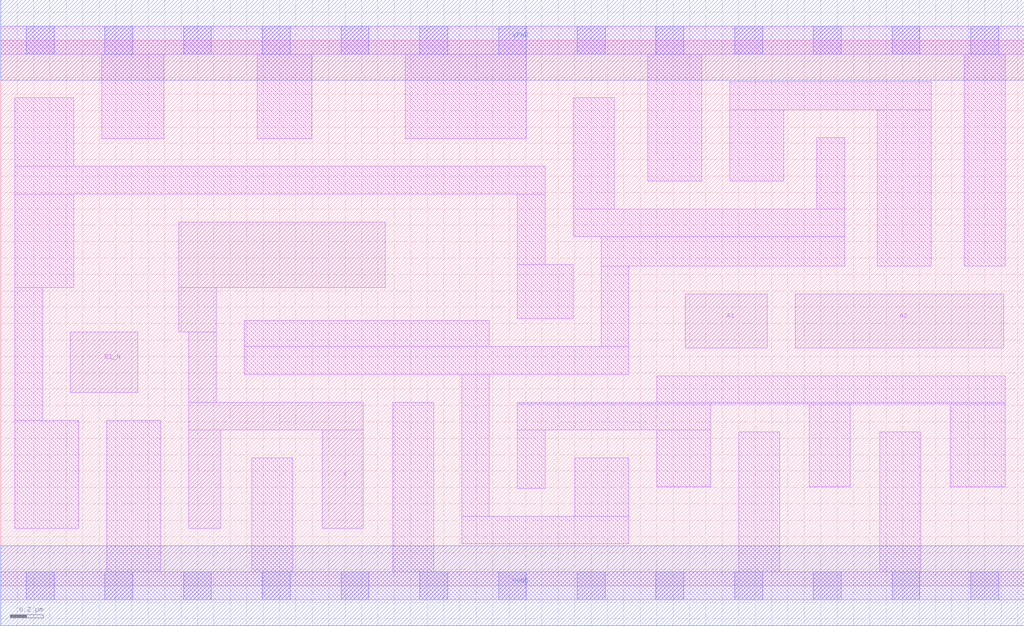
<source format=lef>
# Copyright 2020 The SkyWater PDK Authors
#
# Licensed under the Apache License, Version 2.0 (the "License");
# you may not use this file except in compliance with the License.
# You may obtain a copy of the License at
#
#     https://www.apache.org/licenses/LICENSE-2.0
#
# Unless required by applicable law or agreed to in writing, software
# distributed under the License is distributed on an "AS IS" BASIS,
# WITHOUT WARRANTIES OR CONDITIONS OF ANY KIND, either express or implied.
# See the License for the specific language governing permissions and
# limitations under the License.
#
# SPDX-License-Identifier: Apache-2.0

VERSION 5.7 ;
  NAMESCASESENSITIVE ON ;
  NOWIREEXTENSIONATPIN ON ;
  DIVIDERCHAR "/" ;
  BUSBITCHARS "[]" ;
UNITS
  DATABASE MICRONS 200 ;
END UNITS
MACRO sky130_fd_sc_hs__o21ba_4
  CLASS CORE ;
  SOURCE USER ;
  FOREIGN sky130_fd_sc_hs__o21ba_4 ;
  ORIGIN  0.000000  0.000000 ;
  SIZE  6.240000 BY  3.330000 ;
  SYMMETRY X Y ;
  SITE unit ;
  PIN A1
    ANTENNAGATEAREA  0.492000 ;
    DIRECTION INPUT ;
    USE SIGNAL ;
    PORT
      LAYER li1 ;
        RECT 4.175000 1.450000 4.675000 1.780000 ;
    END
  END A1
  PIN A2
    ANTENNAGATEAREA  0.492000 ;
    DIRECTION INPUT ;
    USE SIGNAL ;
    PORT
      LAYER li1 ;
        RECT 4.845000 1.450000 6.115000 1.780000 ;
    END
  END A2
  PIN B1_N
    ANTENNAGATEAREA  0.279000 ;
    DIRECTION INPUT ;
    USE SIGNAL ;
    PORT
      LAYER li1 ;
        RECT 0.425000 1.180000 0.835000 1.550000 ;
    END
  END B1_N
  PIN X
    ANTENNADIFFAREA  1.093800 ;
    DIRECTION OUTPUT ;
    USE SIGNAL ;
    PORT
      LAYER li1 ;
        RECT 1.085000 1.550000 1.315000 1.820000 ;
        RECT 1.085000 1.820000 2.345000 2.220000 ;
        RECT 1.145000 0.350000 1.340000 0.950000 ;
        RECT 1.145000 0.950000 2.210000 1.120000 ;
        RECT 1.145000 1.120000 1.315000 1.550000 ;
        RECT 1.960000 0.350000 2.210000 0.950000 ;
    END
  END X
  PIN VGND
    DIRECTION INOUT ;
    USE GROUND ;
    PORT
      LAYER met1 ;
        RECT 0.000000 -0.245000 6.240000 0.245000 ;
    END
  END VGND
  PIN VPWR
    DIRECTION INOUT ;
    USE POWER ;
    PORT
      LAYER met1 ;
        RECT 0.000000 3.085000 6.240000 3.575000 ;
    END
  END VPWR
  OBS
    LAYER li1 ;
      RECT 0.000000 -0.085000 6.240000 0.085000 ;
      RECT 0.000000  3.245000 6.240000 3.415000 ;
      RECT 0.085000  0.350000 0.475000 1.010000 ;
      RECT 0.085000  1.010000 0.255000 1.820000 ;
      RECT 0.085000  1.820000 0.445000 2.390000 ;
      RECT 0.085000  2.390000 3.320000 2.560000 ;
      RECT 0.085000  2.560000 0.445000 2.980000 ;
      RECT 0.615000  2.730000 0.995000 3.245000 ;
      RECT 0.645000  0.085000 0.975000 1.010000 ;
      RECT 1.485000  1.290000 3.830000 1.460000 ;
      RECT 1.485000  1.460000 2.980000 1.620000 ;
      RECT 1.530000  0.085000 1.780000 0.780000 ;
      RECT 1.565000  2.730000 1.895000 3.245000 ;
      RECT 2.390000  0.085000 2.640000 1.120000 ;
      RECT 2.465000  2.730000 3.205000 3.245000 ;
      RECT 2.810000  0.255000 3.830000 0.425000 ;
      RECT 2.810000  0.425000 2.980000 1.290000 ;
      RECT 3.150000  0.595000 3.320000 0.950000 ;
      RECT 3.150000  0.950000 4.330000 1.110000 ;
      RECT 3.150000  1.110000 6.125000 1.120000 ;
      RECT 3.150000  1.630000 3.490000 1.960000 ;
      RECT 3.150000  1.960000 3.320000 2.390000 ;
      RECT 3.490000  2.130000 5.145000 2.300000 ;
      RECT 3.490000  2.300000 3.740000 2.980000 ;
      RECT 3.500000  0.425000 3.830000 0.780000 ;
      RECT 3.660000  1.460000 3.830000 1.950000 ;
      RECT 3.660000  1.950000 5.145000 2.130000 ;
      RECT 3.945000  2.470000 4.275000 3.245000 ;
      RECT 4.000000  0.605000 4.330000 0.950000 ;
      RECT 4.000000  1.120000 6.125000 1.280000 ;
      RECT 4.445000  2.470000 4.775000 2.905000 ;
      RECT 4.445000  2.905000 5.675000 3.075000 ;
      RECT 4.500000  0.085000 4.750000 0.940000 ;
      RECT 4.930000  0.605000 5.180000 1.110000 ;
      RECT 4.975000  2.300000 5.145000 2.735000 ;
      RECT 5.345000  1.950000 5.675000 2.905000 ;
      RECT 5.360000  0.085000 5.610000 0.940000 ;
      RECT 5.790000  0.605000 6.125000 1.110000 ;
      RECT 5.875000  1.950000 6.125000 3.245000 ;
    LAYER mcon ;
      RECT 0.155000 -0.085000 0.325000 0.085000 ;
      RECT 0.155000  3.245000 0.325000 3.415000 ;
      RECT 0.635000 -0.085000 0.805000 0.085000 ;
      RECT 0.635000  3.245000 0.805000 3.415000 ;
      RECT 1.115000 -0.085000 1.285000 0.085000 ;
      RECT 1.115000  3.245000 1.285000 3.415000 ;
      RECT 1.595000 -0.085000 1.765000 0.085000 ;
      RECT 1.595000  3.245000 1.765000 3.415000 ;
      RECT 2.075000 -0.085000 2.245000 0.085000 ;
      RECT 2.075000  3.245000 2.245000 3.415000 ;
      RECT 2.555000 -0.085000 2.725000 0.085000 ;
      RECT 2.555000  3.245000 2.725000 3.415000 ;
      RECT 3.035000 -0.085000 3.205000 0.085000 ;
      RECT 3.035000  3.245000 3.205000 3.415000 ;
      RECT 3.515000 -0.085000 3.685000 0.085000 ;
      RECT 3.515000  3.245000 3.685000 3.415000 ;
      RECT 3.995000 -0.085000 4.165000 0.085000 ;
      RECT 3.995000  3.245000 4.165000 3.415000 ;
      RECT 4.475000 -0.085000 4.645000 0.085000 ;
      RECT 4.475000  3.245000 4.645000 3.415000 ;
      RECT 4.955000 -0.085000 5.125000 0.085000 ;
      RECT 4.955000  3.245000 5.125000 3.415000 ;
      RECT 5.435000 -0.085000 5.605000 0.085000 ;
      RECT 5.435000  3.245000 5.605000 3.415000 ;
      RECT 5.915000 -0.085000 6.085000 0.085000 ;
      RECT 5.915000  3.245000 6.085000 3.415000 ;
  END
END sky130_fd_sc_hs__o21ba_4

</source>
